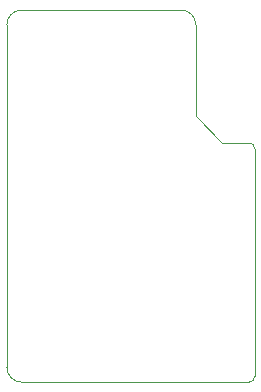
<source format=gbr>
%TF.GenerationSoftware,KiCad,Pcbnew,9.0.4*%
%TF.CreationDate,2025-09-02T10:18:24-07:00*%
%TF.ProjectId,k1-aioc,6b312d61-696f-4632-9e6b-696361645f70,rev?*%
%TF.SameCoordinates,Original*%
%TF.FileFunction,Profile,NP*%
%FSLAX46Y46*%
G04 Gerber Fmt 4.6, Leading zero omitted, Abs format (unit mm)*
G04 Created by KiCad (PCBNEW 9.0.4) date 2025-09-02 10:18:24*
%MOMM*%
%LPD*%
G01*
G04 APERTURE LIST*
%TA.AperFunction,Profile*%
%ADD10C,0.100000*%
%TD*%
G04 APERTURE END LIST*
D10*
X119500000Y-89000000D02*
X119500000Y-81250000D01*
X103500000Y-110250000D02*
X103500000Y-81250000D01*
X121750000Y-91250000D02*
X124000000Y-91250000D01*
X124500000Y-91750000D02*
X124500000Y-111000000D01*
X124000000Y-111500000D02*
X104750000Y-111500000D01*
X124500000Y-111000000D02*
G75*
G02*
X124000000Y-111500000I-500000J0D01*
G01*
X121750000Y-91250000D02*
X119500000Y-89000000D01*
X118250000Y-80000000D02*
G75*
G02*
X119500000Y-81250000I0J-1250000D01*
G01*
X103500000Y-81250000D02*
G75*
G02*
X104750000Y-80000000I1250000J0D01*
G01*
X106000000Y-80000000D02*
X118250000Y-80000000D01*
X124000000Y-91250000D02*
G75*
G02*
X124500000Y-91750000I0J-500000D01*
G01*
X106000000Y-80000000D02*
X104750000Y-80000000D01*
X104750000Y-111500000D02*
G75*
G02*
X103500000Y-110250000I0J1250000D01*
G01*
M02*

</source>
